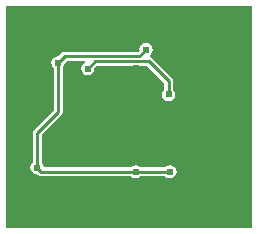
<source format=gbl>
G04*
G04 #@! TF.GenerationSoftware,Altium Limited,Altium Designer,19.0.15 (446)*
G04*
G04 Layer_Physical_Order=4*
G04 Layer_Color=16711680*
%FSLAX24Y24*%
%MOIN*%
G70*
G01*
G75*
%ADD10C,0.0098*%
%ADD38C,0.0240*%
G36*
X4297Y-3706D02*
X-3903D01*
Y3706D01*
X4297D01*
Y-3706D01*
D02*
G37*
%LPC*%
G36*
X758Y2478D02*
X672Y2461D01*
X599Y2413D01*
X551Y2340D01*
X534Y2254D01*
X535Y2246D01*
X468Y2180D01*
X-1959D01*
X-2017Y2168D01*
X-2066Y2135D01*
X-2168Y2034D01*
X-2175Y2035D01*
X-2261Y2018D01*
X-2334Y1970D01*
X-2382Y1897D01*
X-2400Y1811D01*
X-2382Y1725D01*
X-2334Y1652D01*
X-2327Y1648D01*
Y238D01*
X-2984Y-419D01*
X-3017Y-469D01*
X-3029Y-527D01*
Y-1520D01*
X-3035Y-1524D01*
X-3084Y-1597D01*
X-3101Y-1683D01*
X-3084Y-1769D01*
X-3035Y-1842D01*
X-2963Y-1890D01*
X-2877Y-1907D01*
X-2869Y-1906D01*
X-2847Y-1928D01*
X-2847Y-1928D01*
X-2797Y-1961D01*
X-2739Y-1973D01*
X-2739Y-1973D01*
X241D01*
X245Y-1979D01*
X318Y-2028D01*
X404Y-2045D01*
X489Y-2028D01*
X562Y-1979D01*
X566Y-1973D01*
X1382D01*
X1387Y-1979D01*
X1459Y-2028D01*
X1545Y-2045D01*
X1631Y-2028D01*
X1704Y-1979D01*
X1753Y-1907D01*
X1770Y-1821D01*
X1753Y-1735D01*
X1704Y-1662D01*
X1631Y-1614D01*
X1545Y-1597D01*
X1459Y-1614D01*
X1387Y-1662D01*
X1382Y-1669D01*
X566D01*
X562Y-1662D01*
X489Y-1614D01*
X404Y-1597D01*
X318Y-1614D01*
X245Y-1662D01*
X241Y-1669D01*
X-2655D01*
X-2670Y-1597D01*
X-2718Y-1524D01*
X-2725Y-1520D01*
Y-590D01*
X-2068Y67D01*
X-2068Y67D01*
X-2035Y117D01*
X-2023Y175D01*
Y1648D01*
X-2017Y1652D01*
X-1968Y1725D01*
X-1951Y1811D01*
X-1952Y1819D01*
X-1896Y1875D01*
X-1286D01*
X-1277Y1826D01*
X-1350Y1778D01*
X-1398Y1705D01*
X-1415Y1619D01*
X-1398Y1533D01*
X-1350Y1460D01*
X-1277Y1412D01*
X-1191Y1395D01*
X-1105Y1412D01*
X-1032Y1460D01*
X-984Y1533D01*
X-967Y1619D01*
X-968Y1627D01*
X-877Y1718D01*
X784D01*
X1354Y1148D01*
Y921D01*
X1347Y916D01*
X1299Y844D01*
X1282Y758D01*
X1299Y672D01*
X1347Y599D01*
X1420Y551D01*
X1506Y534D01*
X1592Y551D01*
X1665Y599D01*
X1713Y672D01*
X1730Y758D01*
X1713Y844D01*
X1665Y916D01*
X1658Y921D01*
Y1211D01*
X1646Y1269D01*
X1613Y1318D01*
X1613Y1318D01*
X954Y1978D01*
X905Y2011D01*
X885Y2014D01*
X875Y2067D01*
X916Y2095D01*
X965Y2168D01*
X982Y2254D01*
X965Y2340D01*
X916Y2413D01*
X844Y2461D01*
X758Y2478D01*
D02*
G37*
%LPD*%
D10*
X-1191Y1619D02*
X-940Y1870D01*
X531Y2027D02*
X758Y2254D01*
X-2175Y1811D02*
X-1959Y2027D01*
X531D01*
X-940Y1870D02*
X847D01*
X1506Y1211D01*
Y758D02*
Y1211D01*
X404Y-1821D02*
X1545D01*
X-2877Y-1683D02*
Y-527D01*
X-2175Y175D01*
Y1811D01*
X-2877Y-1683D02*
X-2739Y-1821D01*
X404D01*
X404Y-1821D01*
D38*
X758Y2254D02*
D03*
X404Y2263D02*
D03*
X2600Y717D02*
D03*
X2913Y1053D02*
D03*
X2160Y1804D02*
D03*
X1589Y2917D02*
D03*
X404Y1634D02*
D03*
X2539Y1073D02*
D03*
X1506Y758D02*
D03*
X2204Y738D02*
D03*
X2539Y1427D02*
D03*
X2569Y-39D02*
D03*
X4176Y-79D02*
D03*
Y679D02*
D03*
X3566D02*
D03*
X3566Y-79D02*
D03*
X3490Y-3590D02*
D03*
Y-2590D02*
D03*
X2472D02*
D03*
Y-3590D02*
D03*
X2825Y-797D02*
D03*
X3570Y3590D02*
D03*
X757D02*
D03*
X4176Y-3590D02*
D03*
Y-2590D02*
D03*
Y-1590D02*
D03*
X2472D02*
D03*
X3490D02*
D03*
Y-590D02*
D03*
X4176D02*
D03*
X2570Y3590D02*
D03*
X4176D02*
D03*
X1570D02*
D03*
X4176Y2590D02*
D03*
X3570D02*
D03*
X4176Y1590D02*
D03*
X3570D02*
D03*
X1496Y-2234D02*
D03*
X1208Y-3590D02*
D03*
X260D02*
D03*
X148Y-2559D02*
D03*
X-1043Y-2864D02*
D03*
X-1516D02*
D03*
X-1020Y-3590D02*
D03*
X-1970D02*
D03*
X-1912Y-2559D02*
D03*
X-2503D02*
D03*
X-2500Y-3590D02*
D03*
X-3790Y-60D02*
D03*
X-2619Y394D02*
D03*
X-2835Y1033D02*
D03*
X-2913Y1467D02*
D03*
X-787Y2559D02*
D03*
X-2559Y2362D02*
D03*
X-719Y3590D02*
D03*
X-1575D02*
D03*
X-2559D02*
D03*
X-3790D02*
D03*
Y2362D02*
D03*
Y984D02*
D03*
Y-2470D02*
D03*
Y-3590D02*
D03*
X-2877Y-1683D02*
D03*
X-3062Y-157D02*
D03*
X-2175Y1811D02*
D03*
X-709Y1457D02*
D03*
X404Y-1821D02*
D03*
X1545Y-1821D02*
D03*
X404Y-2244D02*
D03*
X1211Y-2550D02*
D03*
X1417Y-1378D02*
D03*
X-3790Y-1330D02*
D03*
X-2542D02*
D03*
X-709Y709D02*
D03*
X-236D02*
D03*
X236D02*
D03*
X709D02*
D03*
X-709Y236D02*
D03*
X-236D02*
D03*
X236D02*
D03*
X709D02*
D03*
X-709Y-236D02*
D03*
X-236D02*
D03*
X236D02*
D03*
X709D02*
D03*
X-709Y-709D02*
D03*
X-236D02*
D03*
X236D02*
D03*
X709D02*
D03*
X-1610Y1760D02*
D03*
X-1580Y2520D02*
D03*
X-1191Y1619D02*
D03*
M02*

</source>
